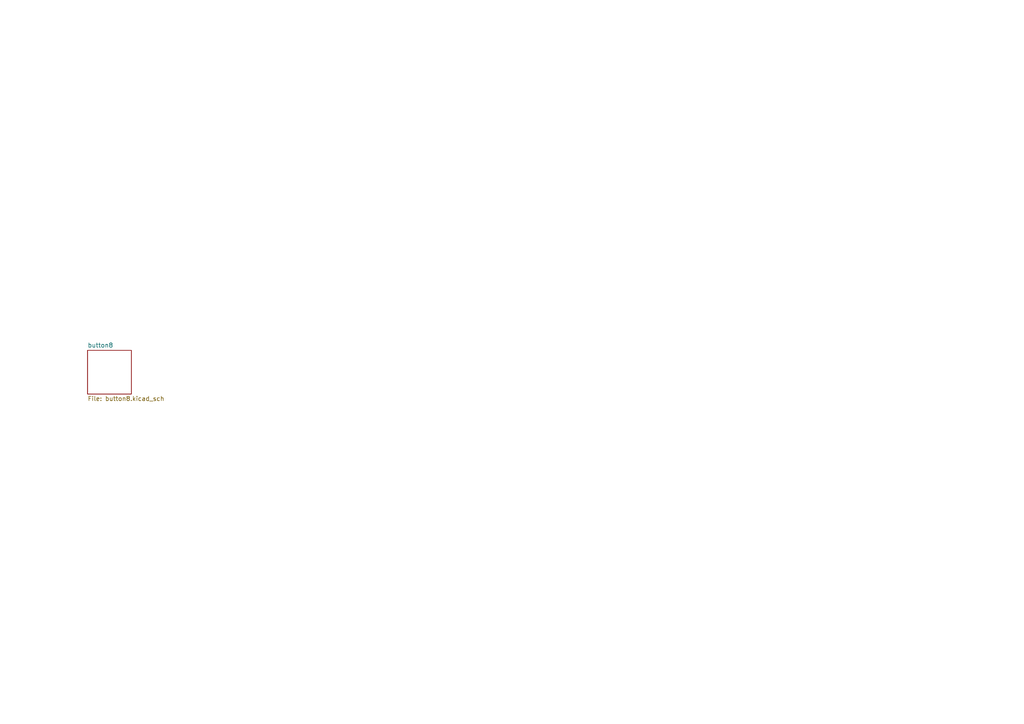
<source format=kicad_sch>
(kicad_sch
	(version 20250114)
	(generator "eeschema")
	(generator_version "9.0")
	(uuid "e70b5343-6e83-46b0-b96e-745e0612c526")
	(paper "A4")
	(lib_symbols)
	(sheet
		(at 25.4 101.6)
		(size 12.7 12.7)
		(exclude_from_sim no)
		(in_bom yes)
		(on_board yes)
		(dnp no)
		(fields_autoplaced yes)
		(stroke
			(width 0.1524)
			(type solid)
		)
		(fill
			(color 0 0 0 0.0000)
		)
		(uuid "1d218571-4f07-4140-849d-c306e23382ca")
		(property "Sheetname" "button8"
			(at 25.4 100.8884 0)
			(effects
				(font
					(size 1.27 1.27)
				)
				(justify left bottom)
			)
		)
		(property "Sheetfile" "button8.kicad_sch"
			(at 25.4 114.8846 0)
			(effects
				(font
					(size 1.27 1.27)
				)
				(justify left top)
			)
		)
		(instances
			(project "NiController_button8"
				(path "/e70b5343-6e83-46b0-b96e-745e0612c526"
					(page "30")
				)
			)
		)
	)
	(sheet_instances
		(path "/"
			(page "1")
		)
	)
	(embedded_fonts no)
)

</source>
